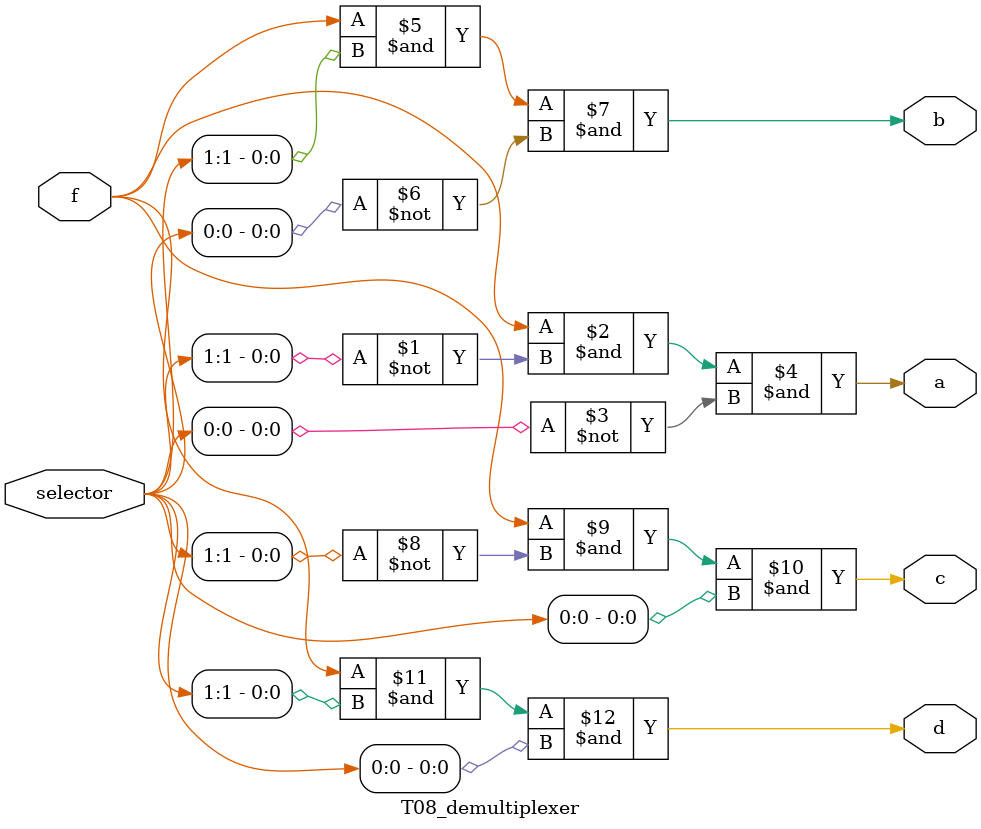
<source format=v>
module T08_demultiplexer (
    input f,
    input [1:0] selector,
    output a, b, c, d);
    
    assign a = ( (f & ~selector[1]) & ~selector[0] );
    assign b = ( (f & selector[1]) & ~selector[0] );
    assign c = ( (f & ~selector[1]) & selector[0] );
    assign d = ( ( f & selector[1]) & selector[0] );
endmodule
</source>
